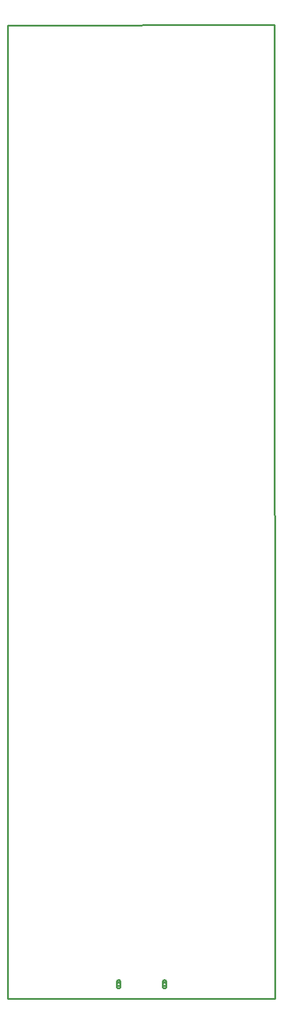
<source format=gbr>
G04 EAGLE Gerber RS-274X export*
G75*
%MOMM*%
%FSLAX34Y34*%
%LPD*%
%IN*%
%IPPOS*%
%AMOC8*
5,1,8,0,0,1.08239X$1,22.5*%
G01*
%ADD10C,0.254000*%


D10*
X-1524Y1397254D02*
X-1270Y-254D01*
X382524Y0D01*
X382270Y1397508D01*
X-1524Y1397254D01*
X221254Y17328D02*
X221264Y17110D01*
X221292Y16894D01*
X221339Y16681D01*
X221405Y16473D01*
X221488Y16271D01*
X221589Y16078D01*
X221706Y15894D01*
X221839Y15721D01*
X221986Y15560D01*
X222147Y15413D01*
X222320Y15280D01*
X222504Y15163D01*
X222697Y15062D01*
X222899Y14979D01*
X223107Y14913D01*
X223320Y14866D01*
X223536Y14838D01*
X223754Y14828D01*
X223972Y14838D01*
X224188Y14866D01*
X224401Y14913D01*
X224609Y14979D01*
X224811Y15062D01*
X225004Y15163D01*
X225188Y15280D01*
X225361Y15413D01*
X225522Y15560D01*
X225669Y15721D01*
X225802Y15894D01*
X225919Y16078D01*
X226020Y16271D01*
X226103Y16473D01*
X226169Y16681D01*
X226216Y16894D01*
X226245Y17110D01*
X226254Y17328D01*
X226254Y24328D01*
X226245Y24546D01*
X226216Y24762D01*
X226169Y24975D01*
X226103Y25183D01*
X226020Y25385D01*
X225919Y25578D01*
X225802Y25762D01*
X225669Y25935D01*
X225522Y26096D01*
X225361Y26243D01*
X225188Y26376D01*
X225004Y26493D01*
X224811Y26594D01*
X224609Y26677D01*
X224401Y26743D01*
X224188Y26790D01*
X223972Y26819D01*
X223754Y26828D01*
X223536Y26819D01*
X223320Y26790D01*
X223107Y26743D01*
X222899Y26677D01*
X222697Y26594D01*
X222504Y26493D01*
X222320Y26376D01*
X222147Y26243D01*
X221986Y26096D01*
X221839Y25935D01*
X221706Y25762D01*
X221589Y25578D01*
X221488Y25385D01*
X221405Y25183D01*
X221339Y24975D01*
X221292Y24762D01*
X221264Y24546D01*
X221254Y24328D01*
X221254Y17328D01*
X155254Y17328D02*
X155264Y17110D01*
X155292Y16894D01*
X155339Y16681D01*
X155405Y16473D01*
X155488Y16271D01*
X155589Y16078D01*
X155706Y15894D01*
X155839Y15721D01*
X155986Y15560D01*
X156147Y15413D01*
X156320Y15280D01*
X156504Y15163D01*
X156697Y15062D01*
X156899Y14979D01*
X157107Y14913D01*
X157320Y14866D01*
X157536Y14838D01*
X157754Y14828D01*
X157972Y14838D01*
X158188Y14866D01*
X158401Y14913D01*
X158609Y14979D01*
X158811Y15062D01*
X159004Y15163D01*
X159188Y15280D01*
X159361Y15413D01*
X159522Y15560D01*
X159669Y15721D01*
X159802Y15894D01*
X159919Y16078D01*
X160020Y16271D01*
X160103Y16473D01*
X160169Y16681D01*
X160216Y16894D01*
X160245Y17110D01*
X160254Y17328D01*
X160254Y24328D01*
X160245Y24546D01*
X160216Y24762D01*
X160169Y24975D01*
X160103Y25183D01*
X160020Y25385D01*
X159919Y25578D01*
X159802Y25762D01*
X159669Y25935D01*
X159522Y26096D01*
X159361Y26243D01*
X159188Y26376D01*
X159004Y26493D01*
X158811Y26594D01*
X158609Y26677D01*
X158401Y26743D01*
X158188Y26790D01*
X157972Y26819D01*
X157754Y26828D01*
X157536Y26819D01*
X157320Y26790D01*
X157107Y26743D01*
X156899Y26677D01*
X156697Y26594D01*
X156504Y26493D01*
X156320Y26376D01*
X156147Y26243D01*
X155986Y26096D01*
X155839Y25935D01*
X155706Y25762D01*
X155589Y25578D01*
X155488Y25385D01*
X155405Y25183D01*
X155339Y24975D01*
X155292Y24762D01*
X155264Y24546D01*
X155254Y24328D01*
X155254Y17328D01*
X160254Y20631D02*
X160192Y20243D01*
X160071Y19868D01*
X159892Y19518D01*
X159661Y19199D01*
X159383Y18921D01*
X159064Y18690D01*
X158714Y18511D01*
X158339Y18390D01*
X157951Y18328D01*
X157557Y18328D01*
X157169Y18390D01*
X156794Y18511D01*
X156444Y18690D01*
X156125Y18921D01*
X155847Y19199D01*
X155616Y19518D01*
X155437Y19868D01*
X155316Y20243D01*
X155254Y20631D01*
X155254Y21025D01*
X155316Y21413D01*
X155437Y21788D01*
X155616Y22138D01*
X155847Y22457D01*
X156125Y22735D01*
X156444Y22966D01*
X156794Y23145D01*
X157169Y23266D01*
X157557Y23328D01*
X157951Y23328D01*
X158339Y23266D01*
X158714Y23145D01*
X159064Y22966D01*
X159383Y22735D01*
X159661Y22457D01*
X159892Y22138D01*
X160071Y21788D01*
X160192Y21413D01*
X160254Y21025D01*
X160254Y20631D01*
X226254Y20631D02*
X226192Y20243D01*
X226071Y19868D01*
X225892Y19518D01*
X225661Y19199D01*
X225383Y18921D01*
X225064Y18690D01*
X224714Y18511D01*
X224339Y18390D01*
X223951Y18328D01*
X223557Y18328D01*
X223169Y18390D01*
X222794Y18511D01*
X222444Y18690D01*
X222125Y18921D01*
X221847Y19199D01*
X221616Y19518D01*
X221437Y19868D01*
X221316Y20243D01*
X221254Y20631D01*
X221254Y21025D01*
X221316Y21413D01*
X221437Y21788D01*
X221616Y22138D01*
X221847Y22457D01*
X222125Y22735D01*
X222444Y22966D01*
X222794Y23145D01*
X223169Y23266D01*
X223557Y23328D01*
X223951Y23328D01*
X224339Y23266D01*
X224714Y23145D01*
X225064Y22966D01*
X225383Y22735D01*
X225661Y22457D01*
X225892Y22138D01*
X226071Y21788D01*
X226192Y21413D01*
X226254Y21025D01*
X226254Y20631D01*
M02*

</source>
